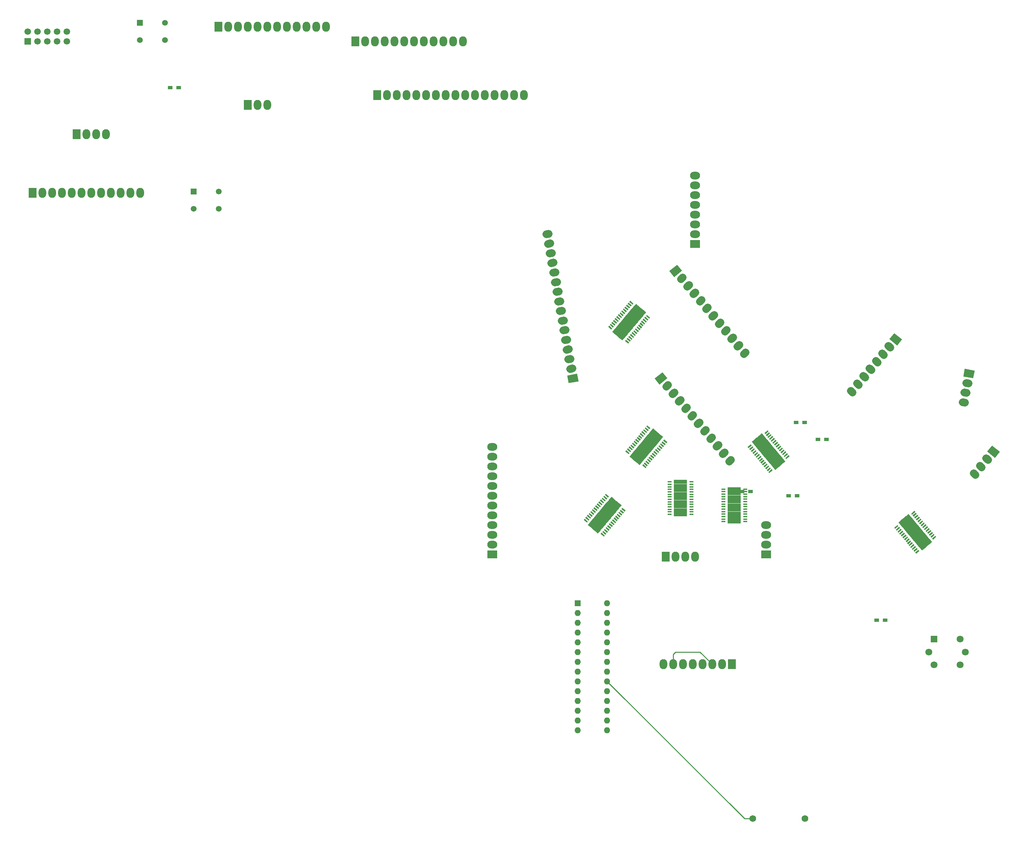
<source format=gbr>
G04 #@! TF.FileFunction,Copper,L1,Top,Signal*
%FSLAX46Y46*%
G04 Gerber Fmt 4.6, Leading zero omitted, Abs format (unit mm)*
G04 Created by KiCad (PCBNEW 4.0.7) date Friday, October 06, 2023 'PMt' 10:40:28 PM*
%MOMM*%
%LPD*%
G01*
G04 APERTURE LIST*
%ADD10C,0.020000*%
%ADD11C,1.755000*%
%ADD12R,1.200000X0.900000*%
%ADD13R,1.100000X0.400000*%
%ADD14R,0.890000X1.100000*%
%ADD15R,1.700000X1.700000*%
%ADD16C,1.700000*%
%ADD17R,2.000000X2.600000*%
%ADD18O,2.000000X2.600000*%
%ADD19C,1.498000*%
%ADD20R,1.498000X1.498000*%
%ADD21R,1.600000X1.600000*%
%ADD22O,1.600000X1.600000*%
%ADD23C,2.000000*%
%ADD24R,2.600000X2.000000*%
%ADD25O,2.600000X2.000000*%
%ADD26R,1.800000X1.800000*%
%ADD27C,1.800000*%
%ADD28C,0.250000*%
G04 APERTURE END LIST*
D10*
D11*
X150205000Y-189990000D03*
X163795000Y-189990000D03*
D12*
X161460000Y-86995000D03*
X163660000Y-86995000D03*
X159555000Y-106045000D03*
X161755000Y-106045000D03*
X182415000Y-138430000D03*
X184615000Y-138430000D03*
X147401100Y-105003600D03*
X149601100Y-105003600D03*
X147401100Y-105003600D03*
X149601100Y-105003600D03*
X147401100Y-105003600D03*
X149601100Y-105003600D03*
X147401100Y-105003600D03*
X149601100Y-105003600D03*
X167175000Y-91440000D03*
X169375000Y-91440000D03*
D10*
G36*
X187213229Y-114672149D02*
X186956114Y-114365731D01*
X187798763Y-113658665D01*
X188055878Y-113965083D01*
X187213229Y-114672149D01*
X187213229Y-114672149D01*
G37*
G36*
X187631041Y-115170078D02*
X187373926Y-114863660D01*
X188216575Y-114156594D01*
X188473690Y-114463012D01*
X187631041Y-115170078D01*
X187631041Y-115170078D01*
G37*
G36*
X188048853Y-115668007D02*
X187791738Y-115361589D01*
X188634387Y-114654523D01*
X188891502Y-114960941D01*
X188048853Y-115668007D01*
X188048853Y-115668007D01*
G37*
G36*
X188466665Y-116165936D02*
X188209550Y-115859518D01*
X189052199Y-115152452D01*
X189309314Y-115458870D01*
X188466665Y-116165936D01*
X188466665Y-116165936D01*
G37*
G36*
X188884476Y-116663864D02*
X188627361Y-116357446D01*
X189470010Y-115650380D01*
X189727125Y-115956798D01*
X188884476Y-116663864D01*
X188884476Y-116663864D01*
G37*
G36*
X189302288Y-117161793D02*
X189045173Y-116855375D01*
X189887822Y-116148309D01*
X190144937Y-116454727D01*
X189302288Y-117161793D01*
X189302288Y-117161793D01*
G37*
G36*
X189720100Y-117659722D02*
X189462985Y-117353304D01*
X190305634Y-116646238D01*
X190562749Y-116952656D01*
X189720100Y-117659722D01*
X189720100Y-117659722D01*
G37*
G36*
X190137912Y-118157651D02*
X189880797Y-117851233D01*
X190723446Y-117144167D01*
X190980561Y-117450585D01*
X190137912Y-118157651D01*
X190137912Y-118157651D01*
G37*
G36*
X190555724Y-118655580D02*
X190298609Y-118349162D01*
X191141258Y-117642096D01*
X191398373Y-117948514D01*
X190555724Y-118655580D01*
X190555724Y-118655580D01*
G37*
G36*
X190973536Y-119153509D02*
X190716421Y-118847091D01*
X191559070Y-118140025D01*
X191816185Y-118446443D01*
X190973536Y-119153509D01*
X190973536Y-119153509D01*
G37*
G36*
X191391348Y-119651438D02*
X191134233Y-119345020D01*
X191976882Y-118637954D01*
X192233997Y-118944372D01*
X191391348Y-119651438D01*
X191391348Y-119651438D01*
G37*
G36*
X191809160Y-120149367D02*
X191552045Y-119842949D01*
X192394694Y-119135883D01*
X192651809Y-119442301D01*
X191809160Y-120149367D01*
X191809160Y-120149367D01*
G37*
G36*
X192226972Y-120647296D02*
X191969857Y-120340878D01*
X192812506Y-119633812D01*
X193069621Y-119940230D01*
X192226972Y-120647296D01*
X192226972Y-120647296D01*
G37*
G36*
X192644784Y-121145224D02*
X192387669Y-120838806D01*
X193230318Y-120131740D01*
X193487433Y-120438158D01*
X192644784Y-121145224D01*
X192644784Y-121145224D01*
G37*
G36*
X197011237Y-117481335D02*
X196754122Y-117174917D01*
X197596771Y-116467851D01*
X197853886Y-116774269D01*
X197011237Y-117481335D01*
X197011237Y-117481335D01*
G37*
G36*
X196593425Y-116983406D02*
X196336310Y-116676988D01*
X197178959Y-115969922D01*
X197436074Y-116276340D01*
X196593425Y-116983406D01*
X196593425Y-116983406D01*
G37*
G36*
X196175613Y-116485477D02*
X195918498Y-116179059D01*
X196761147Y-115471993D01*
X197018262Y-115778411D01*
X196175613Y-116485477D01*
X196175613Y-116485477D01*
G37*
G36*
X195757801Y-115987548D02*
X195500686Y-115681130D01*
X196343335Y-114974064D01*
X196600450Y-115280482D01*
X195757801Y-115987548D01*
X195757801Y-115987548D01*
G37*
G36*
X195339990Y-115489620D02*
X195082875Y-115183202D01*
X195925524Y-114476136D01*
X196182639Y-114782554D01*
X195339990Y-115489620D01*
X195339990Y-115489620D01*
G37*
G36*
X194922178Y-114991691D02*
X194665063Y-114685273D01*
X195507712Y-113978207D01*
X195764827Y-114284625D01*
X194922178Y-114991691D01*
X194922178Y-114991691D01*
G37*
G36*
X194504366Y-114493762D02*
X194247251Y-114187344D01*
X195089900Y-113480278D01*
X195347015Y-113786696D01*
X194504366Y-114493762D01*
X194504366Y-114493762D01*
G37*
G36*
X194086554Y-113995833D02*
X193829439Y-113689415D01*
X194672088Y-112982349D01*
X194929203Y-113288767D01*
X194086554Y-113995833D01*
X194086554Y-113995833D01*
G37*
G36*
X193668742Y-113497904D02*
X193411627Y-113191486D01*
X194254276Y-112484420D01*
X194511391Y-112790838D01*
X193668742Y-113497904D01*
X193668742Y-113497904D01*
G37*
G36*
X193250930Y-112999975D02*
X192993815Y-112693557D01*
X193836464Y-111986491D01*
X194093579Y-112292909D01*
X193250930Y-112999975D01*
X193250930Y-112999975D01*
G37*
G36*
X192833118Y-112502046D02*
X192576003Y-112195628D01*
X193418652Y-111488562D01*
X193675767Y-111794980D01*
X192833118Y-112502046D01*
X192833118Y-112502046D01*
G37*
G36*
X192415306Y-112004117D02*
X192158191Y-111697699D01*
X193000840Y-110990633D01*
X193257955Y-111297051D01*
X192415306Y-112004117D01*
X192415306Y-112004117D01*
G37*
G36*
X191997494Y-111506188D02*
X191740379Y-111199770D01*
X192583028Y-110492704D01*
X192840143Y-110799122D01*
X191997494Y-111506188D01*
X191997494Y-111506188D01*
G37*
G36*
X191579682Y-111008260D02*
X191322567Y-110701842D01*
X192165216Y-109994776D01*
X192422331Y-110301194D01*
X191579682Y-111008260D01*
X191579682Y-111008260D01*
G37*
G36*
X194156714Y-120333457D02*
X193449648Y-119490808D01*
X194131428Y-118918727D01*
X194838494Y-119761376D01*
X194156714Y-120333457D01*
X194156714Y-120333457D01*
G37*
G36*
X194807852Y-119787088D02*
X194100786Y-118944439D01*
X194782566Y-118372358D01*
X195489632Y-119215007D01*
X194807852Y-119787088D01*
X194807852Y-119787088D01*
G37*
G36*
X196110127Y-118694349D02*
X195403061Y-117851700D01*
X196084841Y-117279619D01*
X196791907Y-118122268D01*
X196110127Y-118694349D01*
X196110127Y-118694349D01*
G37*
G36*
X195458990Y-119240718D02*
X194751924Y-118398069D01*
X195433704Y-117825988D01*
X196140770Y-118668637D01*
X195458990Y-119240718D01*
X195458990Y-119240718D01*
G37*
G36*
X194780045Y-118431584D02*
X194072979Y-117588935D01*
X194754759Y-117016854D01*
X195461825Y-117859503D01*
X194780045Y-118431584D01*
X194780045Y-118431584D01*
G37*
G36*
X195431183Y-117885214D02*
X194724117Y-117042565D01*
X195405897Y-116470484D01*
X196112963Y-117313133D01*
X195431183Y-117885214D01*
X195431183Y-117885214D01*
G37*
G36*
X194128907Y-118977953D02*
X193421841Y-118135304D01*
X194103621Y-117563223D01*
X194810687Y-118405872D01*
X194128907Y-118977953D01*
X194128907Y-118977953D01*
G37*
G36*
X193477770Y-119524323D02*
X192770704Y-118681674D01*
X193452484Y-118109593D01*
X194159550Y-118952242D01*
X193477770Y-119524323D01*
X193477770Y-119524323D01*
G37*
G36*
X192798825Y-118715188D02*
X192091759Y-117872539D01*
X192773539Y-117300458D01*
X193480605Y-118143107D01*
X192798825Y-118715188D01*
X192798825Y-118715188D01*
G37*
G36*
X193449963Y-118168819D02*
X192742897Y-117326170D01*
X193424677Y-116754089D01*
X194131743Y-117596738D01*
X193449963Y-118168819D01*
X193449963Y-118168819D01*
G37*
G36*
X194752238Y-117076080D02*
X194045172Y-116233431D01*
X194726952Y-115661350D01*
X195434018Y-116503999D01*
X194752238Y-117076080D01*
X194752238Y-117076080D01*
G37*
G36*
X194101101Y-117622449D02*
X193394035Y-116779800D01*
X194075815Y-116207719D01*
X194782881Y-117050368D01*
X194101101Y-117622449D01*
X194101101Y-117622449D01*
G37*
G36*
X193422156Y-116813315D02*
X192715090Y-115970666D01*
X193396870Y-115398585D01*
X194103936Y-116241234D01*
X193422156Y-116813315D01*
X193422156Y-116813315D01*
G37*
G36*
X194073294Y-116266945D02*
X193366228Y-115424296D01*
X194048008Y-114852215D01*
X194755074Y-115694864D01*
X194073294Y-116266945D01*
X194073294Y-116266945D01*
G37*
G36*
X192771019Y-117359684D02*
X192063953Y-116517035D01*
X192745733Y-115944954D01*
X193452799Y-116787603D01*
X192771019Y-117359684D01*
X192771019Y-117359684D01*
G37*
G36*
X192119881Y-117906054D02*
X191412815Y-117063405D01*
X192094595Y-116491324D01*
X192801661Y-117333973D01*
X192119881Y-117906054D01*
X192119881Y-117906054D01*
G37*
G36*
X191440936Y-117096919D02*
X190733870Y-116254270D01*
X191415650Y-115682189D01*
X192122716Y-116524838D01*
X191440936Y-117096919D01*
X191440936Y-117096919D01*
G37*
G36*
X192092074Y-116550550D02*
X191385008Y-115707901D01*
X192066788Y-115135820D01*
X192773854Y-115978469D01*
X192092074Y-116550550D01*
X192092074Y-116550550D01*
G37*
G36*
X193394350Y-115457811D02*
X192687284Y-114615162D01*
X193369064Y-114043081D01*
X194076130Y-114885730D01*
X193394350Y-115457811D01*
X193394350Y-115457811D01*
G37*
G36*
X192743212Y-116004180D02*
X192036146Y-115161531D01*
X192717926Y-114589450D01*
X193424992Y-115432099D01*
X192743212Y-116004180D01*
X192743212Y-116004180D01*
G37*
G36*
X192064267Y-115195046D02*
X191357201Y-114352397D01*
X192038981Y-113780316D01*
X192746047Y-114622965D01*
X192064267Y-115195046D01*
X192064267Y-115195046D01*
G37*
G36*
X192715405Y-114648676D02*
X192008339Y-113806027D01*
X192690119Y-113233946D01*
X193397185Y-114076595D01*
X192715405Y-114648676D01*
X192715405Y-114648676D01*
G37*
G36*
X191413130Y-115741415D02*
X190706064Y-114898766D01*
X191387844Y-114326685D01*
X192094910Y-115169334D01*
X191413130Y-115741415D01*
X191413130Y-115741415D01*
G37*
G36*
X190761992Y-116287785D02*
X190054926Y-115445136D01*
X190736706Y-114873055D01*
X191443772Y-115715704D01*
X190761992Y-116287785D01*
X190761992Y-116287785D01*
G37*
G36*
X190083048Y-115478650D02*
X189375982Y-114636001D01*
X190057762Y-114063920D01*
X190764828Y-114906569D01*
X190083048Y-115478650D01*
X190083048Y-115478650D01*
G37*
G36*
X190734185Y-114932281D02*
X190027119Y-114089632D01*
X190708899Y-113517551D01*
X191415965Y-114360200D01*
X190734185Y-114932281D01*
X190734185Y-114932281D01*
G37*
G36*
X192036461Y-113839542D02*
X191329395Y-112996893D01*
X192011175Y-112424812D01*
X192718241Y-113267461D01*
X192036461Y-113839542D01*
X192036461Y-113839542D01*
G37*
G36*
X191385323Y-114385911D02*
X190678257Y-113543262D01*
X191360037Y-112971181D01*
X192067103Y-113813830D01*
X191385323Y-114385911D01*
X191385323Y-114385911D01*
G37*
G36*
X190706379Y-113576777D02*
X189999313Y-112734128D01*
X190681093Y-112162047D01*
X191388159Y-113004696D01*
X190706379Y-113576777D01*
X190706379Y-113576777D01*
G37*
G36*
X191357516Y-113030407D02*
X190650450Y-112187758D01*
X191332230Y-111615677D01*
X192039296Y-112458326D01*
X191357516Y-113030407D01*
X191357516Y-113030407D01*
G37*
G36*
X190055241Y-114123146D02*
X189348175Y-113280497D01*
X190029955Y-112708416D01*
X190737021Y-113551065D01*
X190055241Y-114123146D01*
X190055241Y-114123146D01*
G37*
G36*
X189404103Y-114669516D02*
X188697037Y-113826867D01*
X189378817Y-113254786D01*
X190085883Y-114097435D01*
X189404103Y-114669516D01*
X189404103Y-114669516D01*
G37*
G36*
X188725159Y-113860381D02*
X188018093Y-113017732D01*
X188699873Y-112445651D01*
X189406939Y-113288300D01*
X188725159Y-113860381D01*
X188725159Y-113860381D01*
G37*
G36*
X189376296Y-113314012D02*
X188669230Y-112471363D01*
X189351010Y-111899282D01*
X190058076Y-112741931D01*
X189376296Y-113314012D01*
X189376296Y-113314012D01*
G37*
G36*
X190678572Y-112221273D02*
X189971506Y-111378624D01*
X190653286Y-110806543D01*
X191360352Y-111649192D01*
X190678572Y-112221273D01*
X190678572Y-112221273D01*
G37*
G36*
X190027434Y-112767642D02*
X189320368Y-111924993D01*
X190002148Y-111352912D01*
X190709214Y-112195561D01*
X190027434Y-112767642D01*
X190027434Y-112767642D01*
G37*
G36*
X118092669Y-55691194D02*
X118349784Y-55384776D01*
X119192433Y-56091842D01*
X118935318Y-56398260D01*
X118092669Y-55691194D01*
X118092669Y-55691194D01*
G37*
G36*
X117674857Y-56189122D02*
X117931972Y-55882704D01*
X118774621Y-56589770D01*
X118517506Y-56896188D01*
X117674857Y-56189122D01*
X117674857Y-56189122D01*
G37*
G36*
X117257045Y-56687051D02*
X117514160Y-56380633D01*
X118356809Y-57087699D01*
X118099694Y-57394117D01*
X117257045Y-56687051D01*
X117257045Y-56687051D01*
G37*
G36*
X116839233Y-57184980D02*
X117096348Y-56878562D01*
X117938997Y-57585628D01*
X117681882Y-57892046D01*
X116839233Y-57184980D01*
X116839233Y-57184980D01*
G37*
G36*
X116421421Y-57682909D02*
X116678536Y-57376491D01*
X117521185Y-58083557D01*
X117264070Y-58389975D01*
X116421421Y-57682909D01*
X116421421Y-57682909D01*
G37*
G36*
X116003609Y-58180838D02*
X116260724Y-57874420D01*
X117103373Y-58581486D01*
X116846258Y-58887904D01*
X116003609Y-58180838D01*
X116003609Y-58180838D01*
G37*
G36*
X115585797Y-58678767D02*
X115842912Y-58372349D01*
X116685561Y-59079415D01*
X116428446Y-59385833D01*
X115585797Y-58678767D01*
X115585797Y-58678767D01*
G37*
G36*
X115167985Y-59176696D02*
X115425100Y-58870278D01*
X116267749Y-59577344D01*
X116010634Y-59883762D01*
X115167985Y-59176696D01*
X115167985Y-59176696D01*
G37*
G36*
X114750173Y-59674625D02*
X115007288Y-59368207D01*
X115849937Y-60075273D01*
X115592822Y-60381691D01*
X114750173Y-59674625D01*
X114750173Y-59674625D01*
G37*
G36*
X114332361Y-60172554D02*
X114589476Y-59866136D01*
X115432125Y-60573202D01*
X115175010Y-60879620D01*
X114332361Y-60172554D01*
X114332361Y-60172554D01*
G37*
G36*
X113914550Y-60670482D02*
X114171665Y-60364064D01*
X115014314Y-61071130D01*
X114757199Y-61377548D01*
X113914550Y-60670482D01*
X113914550Y-60670482D01*
G37*
G36*
X113496738Y-61168411D02*
X113753853Y-60861993D01*
X114596502Y-61569059D01*
X114339387Y-61875477D01*
X113496738Y-61168411D01*
X113496738Y-61168411D01*
G37*
G36*
X113078926Y-61666340D02*
X113336041Y-61359922D01*
X114178690Y-62066988D01*
X113921575Y-62373406D01*
X113078926Y-61666340D01*
X113078926Y-61666340D01*
G37*
G36*
X112661114Y-62164269D02*
X112918229Y-61857851D01*
X113760878Y-62564917D01*
X113503763Y-62871335D01*
X112661114Y-62164269D01*
X112661114Y-62164269D01*
G37*
G36*
X117027567Y-65828158D02*
X117284682Y-65521740D01*
X118127331Y-66228806D01*
X117870216Y-66535224D01*
X117027567Y-65828158D01*
X117027567Y-65828158D01*
G37*
G36*
X117445379Y-65330230D02*
X117702494Y-65023812D01*
X118545143Y-65730878D01*
X118288028Y-66037296D01*
X117445379Y-65330230D01*
X117445379Y-65330230D01*
G37*
G36*
X117863191Y-64832301D02*
X118120306Y-64525883D01*
X118962955Y-65232949D01*
X118705840Y-65539367D01*
X117863191Y-64832301D01*
X117863191Y-64832301D01*
G37*
G36*
X118281003Y-64334372D02*
X118538118Y-64027954D01*
X119380767Y-64735020D01*
X119123652Y-65041438D01*
X118281003Y-64334372D01*
X118281003Y-64334372D01*
G37*
G36*
X118698815Y-63836443D02*
X118955930Y-63530025D01*
X119798579Y-64237091D01*
X119541464Y-64543509D01*
X118698815Y-63836443D01*
X118698815Y-63836443D01*
G37*
G36*
X119116627Y-63338514D02*
X119373742Y-63032096D01*
X120216391Y-63739162D01*
X119959276Y-64045580D01*
X119116627Y-63338514D01*
X119116627Y-63338514D01*
G37*
G36*
X119534439Y-62840585D02*
X119791554Y-62534167D01*
X120634203Y-63241233D01*
X120377088Y-63547651D01*
X119534439Y-62840585D01*
X119534439Y-62840585D01*
G37*
G36*
X119952251Y-62342656D02*
X120209366Y-62036238D01*
X121052015Y-62743304D01*
X120794900Y-63049722D01*
X119952251Y-62342656D01*
X119952251Y-62342656D01*
G37*
G36*
X120370063Y-61844727D02*
X120627178Y-61538309D01*
X121469827Y-62245375D01*
X121212712Y-62551793D01*
X120370063Y-61844727D01*
X120370063Y-61844727D01*
G37*
G36*
X120787875Y-61346798D02*
X121044990Y-61040380D01*
X121887639Y-61747446D01*
X121630524Y-62053864D01*
X120787875Y-61346798D01*
X120787875Y-61346798D01*
G37*
G36*
X121205686Y-60848870D02*
X121462801Y-60542452D01*
X122305450Y-61249518D01*
X122048335Y-61555936D01*
X121205686Y-60848870D01*
X121205686Y-60848870D01*
G37*
G36*
X121623498Y-60350941D02*
X121880613Y-60044523D01*
X122723262Y-60751589D01*
X122466147Y-61058007D01*
X121623498Y-60350941D01*
X121623498Y-60350941D01*
G37*
G36*
X122041310Y-59853012D02*
X122298425Y-59546594D01*
X123141074Y-60253660D01*
X122883959Y-60560078D01*
X122041310Y-59853012D01*
X122041310Y-59853012D01*
G37*
G36*
X122459122Y-59355083D02*
X122716237Y-59048665D01*
X123558886Y-59755731D01*
X123301771Y-60062149D01*
X122459122Y-59355083D01*
X122459122Y-59355083D01*
G37*
G36*
X113723093Y-63512268D02*
X114430159Y-62669619D01*
X115111939Y-63241700D01*
X114404873Y-64084349D01*
X113723093Y-63512268D01*
X113723093Y-63512268D01*
G37*
G36*
X114374230Y-64058637D02*
X115081296Y-63215988D01*
X115763076Y-63788069D01*
X115056010Y-64630718D01*
X114374230Y-64058637D01*
X114374230Y-64058637D01*
G37*
G36*
X115676506Y-65151376D02*
X116383572Y-64308727D01*
X117065352Y-64880808D01*
X116358286Y-65723457D01*
X115676506Y-65151376D01*
X115676506Y-65151376D01*
G37*
G36*
X115025368Y-64605007D02*
X115732434Y-63762358D01*
X116414214Y-64334439D01*
X115707148Y-65177088D01*
X115025368Y-64605007D01*
X115025368Y-64605007D01*
G37*
G36*
X115704313Y-63795872D02*
X116411379Y-62953223D01*
X117093159Y-63525304D01*
X116386093Y-64367953D01*
X115704313Y-63795872D01*
X115704313Y-63795872D01*
G37*
G36*
X116355450Y-64342242D02*
X117062516Y-63499593D01*
X117744296Y-64071674D01*
X117037230Y-64914323D01*
X116355450Y-64342242D01*
X116355450Y-64342242D01*
G37*
G36*
X115053175Y-63249503D02*
X115760241Y-62406854D01*
X116442021Y-62978935D01*
X115734955Y-63821584D01*
X115053175Y-63249503D01*
X115053175Y-63249503D01*
G37*
G36*
X114402037Y-62703133D02*
X115109103Y-61860484D01*
X115790883Y-62432565D01*
X115083817Y-63275214D01*
X114402037Y-62703133D01*
X114402037Y-62703133D01*
G37*
G36*
X115080982Y-61893999D02*
X115788048Y-61051350D01*
X116469828Y-61623431D01*
X115762762Y-62466080D01*
X115080982Y-61893999D01*
X115080982Y-61893999D01*
G37*
G36*
X115732119Y-62440368D02*
X116439185Y-61597719D01*
X117120965Y-62169800D01*
X116413899Y-63012449D01*
X115732119Y-62440368D01*
X115732119Y-62440368D01*
G37*
G36*
X117034395Y-63533107D02*
X117741461Y-62690458D01*
X118423241Y-63262539D01*
X117716175Y-64105188D01*
X117034395Y-63533107D01*
X117034395Y-63533107D01*
G37*
G36*
X116383257Y-62986738D02*
X117090323Y-62144089D01*
X117772103Y-62716170D01*
X117065037Y-63558819D01*
X116383257Y-62986738D01*
X116383257Y-62986738D01*
G37*
G36*
X117062201Y-62177603D02*
X117769267Y-61334954D01*
X118451047Y-61907035D01*
X117743981Y-62749684D01*
X117062201Y-62177603D01*
X117062201Y-62177603D01*
G37*
G36*
X117713339Y-62723973D02*
X118420405Y-61881324D01*
X119102185Y-62453405D01*
X118395119Y-63296054D01*
X117713339Y-62723973D01*
X117713339Y-62723973D01*
G37*
G36*
X116411064Y-61631234D02*
X117118130Y-60788585D01*
X117799910Y-61360666D01*
X117092844Y-62203315D01*
X116411064Y-61631234D01*
X116411064Y-61631234D01*
G37*
G36*
X115759926Y-61084864D02*
X116466992Y-60242215D01*
X117148772Y-60814296D01*
X116441706Y-61656945D01*
X115759926Y-61084864D01*
X115759926Y-61084864D01*
G37*
G36*
X116438870Y-60275730D02*
X117145936Y-59433081D01*
X117827716Y-60005162D01*
X117120650Y-60847811D01*
X116438870Y-60275730D01*
X116438870Y-60275730D01*
G37*
G36*
X117090008Y-60822099D02*
X117797074Y-59979450D01*
X118478854Y-60551531D01*
X117771788Y-61394180D01*
X117090008Y-60822099D01*
X117090008Y-60822099D01*
G37*
G36*
X118392284Y-61914838D02*
X119099350Y-61072189D01*
X119781130Y-61644270D01*
X119074064Y-62486919D01*
X118392284Y-61914838D01*
X118392284Y-61914838D01*
G37*
G36*
X117741146Y-61368469D02*
X118448212Y-60525820D01*
X119129992Y-61097901D01*
X118422926Y-61940550D01*
X117741146Y-61368469D01*
X117741146Y-61368469D01*
G37*
G36*
X118420090Y-60559334D02*
X119127156Y-59716685D01*
X119808936Y-60288766D01*
X119101870Y-61131415D01*
X118420090Y-60559334D01*
X118420090Y-60559334D01*
G37*
G36*
X119071228Y-61105704D02*
X119778294Y-60263055D01*
X120460074Y-60835136D01*
X119753008Y-61677785D01*
X119071228Y-61105704D01*
X119071228Y-61105704D01*
G37*
G36*
X117768953Y-60012965D02*
X118476019Y-59170316D01*
X119157799Y-59742397D01*
X118450733Y-60585046D01*
X117768953Y-60012965D01*
X117768953Y-60012965D01*
G37*
G36*
X117117815Y-59466595D02*
X117824881Y-58623946D01*
X118506661Y-59196027D01*
X117799595Y-60038676D01*
X117117815Y-59466595D01*
X117117815Y-59466595D01*
G37*
G36*
X117796759Y-58657461D02*
X118503825Y-57814812D01*
X119185605Y-58386893D01*
X118478539Y-59229542D01*
X117796759Y-58657461D01*
X117796759Y-58657461D01*
G37*
G36*
X118447897Y-59203830D02*
X119154963Y-58361181D01*
X119836743Y-58933262D01*
X119129677Y-59775911D01*
X118447897Y-59203830D01*
X118447897Y-59203830D01*
G37*
G36*
X119750172Y-60296569D02*
X120457238Y-59453920D01*
X121139018Y-60026001D01*
X120431952Y-60868650D01*
X119750172Y-60296569D01*
X119750172Y-60296569D01*
G37*
G36*
X119099035Y-59750200D02*
X119806101Y-58907551D01*
X120487881Y-59479632D01*
X119780815Y-60322281D01*
X119099035Y-59750200D01*
X119099035Y-59750200D01*
G37*
G36*
X119777979Y-58941065D02*
X120485045Y-58098416D01*
X121166825Y-58670497D01*
X120459759Y-59513146D01*
X119777979Y-58941065D01*
X119777979Y-58941065D01*
G37*
G36*
X120429117Y-59487435D02*
X121136183Y-58644786D01*
X121817963Y-59216867D01*
X121110897Y-60059516D01*
X120429117Y-59487435D01*
X120429117Y-59487435D01*
G37*
G36*
X119126841Y-58394696D02*
X119833907Y-57552047D01*
X120515687Y-58124128D01*
X119808621Y-58966777D01*
X119126841Y-58394696D01*
X119126841Y-58394696D01*
G37*
G36*
X118475704Y-57848326D02*
X119182770Y-57005677D01*
X119864550Y-57577758D01*
X119157484Y-58420407D01*
X118475704Y-57848326D01*
X118475704Y-57848326D01*
G37*
G36*
X119154648Y-57039192D02*
X119861714Y-56196543D01*
X120543494Y-56768624D01*
X119836428Y-57611273D01*
X119154648Y-57039192D01*
X119154648Y-57039192D01*
G37*
G36*
X119805786Y-57585561D02*
X120512852Y-56742912D01*
X121194632Y-57314993D01*
X120487566Y-58157642D01*
X119805786Y-57585561D01*
X119805786Y-57585561D01*
G37*
G36*
X121108061Y-58678300D02*
X121815127Y-57835651D01*
X122496907Y-58407732D01*
X121789841Y-59250381D01*
X121108061Y-58678300D01*
X121108061Y-58678300D01*
G37*
G36*
X120456924Y-58131931D02*
X121163990Y-57289282D01*
X121845770Y-57861363D01*
X121138704Y-58704012D01*
X120456924Y-58131931D01*
X120456924Y-58131931D01*
G37*
G36*
X122572331Y-98613806D02*
X122315216Y-98920224D01*
X121472567Y-98213158D01*
X121729682Y-97906740D01*
X122572331Y-98613806D01*
X122572331Y-98613806D01*
G37*
G36*
X122990143Y-98115878D02*
X122733028Y-98422296D01*
X121890379Y-97715230D01*
X122147494Y-97408812D01*
X122990143Y-98115878D01*
X122990143Y-98115878D01*
G37*
G36*
X123407955Y-97617949D02*
X123150840Y-97924367D01*
X122308191Y-97217301D01*
X122565306Y-96910883D01*
X123407955Y-97617949D01*
X123407955Y-97617949D01*
G37*
G36*
X123825767Y-97120020D02*
X123568652Y-97426438D01*
X122726003Y-96719372D01*
X122983118Y-96412954D01*
X123825767Y-97120020D01*
X123825767Y-97120020D01*
G37*
G36*
X124243579Y-96622091D02*
X123986464Y-96928509D01*
X123143815Y-96221443D01*
X123400930Y-95915025D01*
X124243579Y-96622091D01*
X124243579Y-96622091D01*
G37*
G36*
X124661391Y-96124162D02*
X124404276Y-96430580D01*
X123561627Y-95723514D01*
X123818742Y-95417096D01*
X124661391Y-96124162D01*
X124661391Y-96124162D01*
G37*
G36*
X125079203Y-95626233D02*
X124822088Y-95932651D01*
X123979439Y-95225585D01*
X124236554Y-94919167D01*
X125079203Y-95626233D01*
X125079203Y-95626233D01*
G37*
G36*
X125497015Y-95128304D02*
X125239900Y-95434722D01*
X124397251Y-94727656D01*
X124654366Y-94421238D01*
X125497015Y-95128304D01*
X125497015Y-95128304D01*
G37*
G36*
X125914827Y-94630375D02*
X125657712Y-94936793D01*
X124815063Y-94229727D01*
X125072178Y-93923309D01*
X125914827Y-94630375D01*
X125914827Y-94630375D01*
G37*
G36*
X126332639Y-94132446D02*
X126075524Y-94438864D01*
X125232875Y-93731798D01*
X125489990Y-93425380D01*
X126332639Y-94132446D01*
X126332639Y-94132446D01*
G37*
G36*
X126750450Y-93634518D02*
X126493335Y-93940936D01*
X125650686Y-93233870D01*
X125907801Y-92927452D01*
X126750450Y-93634518D01*
X126750450Y-93634518D01*
G37*
G36*
X127168262Y-93136589D02*
X126911147Y-93443007D01*
X126068498Y-92735941D01*
X126325613Y-92429523D01*
X127168262Y-93136589D01*
X127168262Y-93136589D01*
G37*
G36*
X127586074Y-92638660D02*
X127328959Y-92945078D01*
X126486310Y-92238012D01*
X126743425Y-91931594D01*
X127586074Y-92638660D01*
X127586074Y-92638660D01*
G37*
G36*
X128003886Y-92140731D02*
X127746771Y-92447149D01*
X126904122Y-91740083D01*
X127161237Y-91433665D01*
X128003886Y-92140731D01*
X128003886Y-92140731D01*
G37*
G36*
X123637433Y-88476842D02*
X123380318Y-88783260D01*
X122537669Y-88076194D01*
X122794784Y-87769776D01*
X123637433Y-88476842D01*
X123637433Y-88476842D01*
G37*
G36*
X123219621Y-88974770D02*
X122962506Y-89281188D01*
X122119857Y-88574122D01*
X122376972Y-88267704D01*
X123219621Y-88974770D01*
X123219621Y-88974770D01*
G37*
G36*
X122801809Y-89472699D02*
X122544694Y-89779117D01*
X121702045Y-89072051D01*
X121959160Y-88765633D01*
X122801809Y-89472699D01*
X122801809Y-89472699D01*
G37*
G36*
X122383997Y-89970628D02*
X122126882Y-90277046D01*
X121284233Y-89569980D01*
X121541348Y-89263562D01*
X122383997Y-89970628D01*
X122383997Y-89970628D01*
G37*
G36*
X121966185Y-90468557D02*
X121709070Y-90774975D01*
X120866421Y-90067909D01*
X121123536Y-89761491D01*
X121966185Y-90468557D01*
X121966185Y-90468557D01*
G37*
G36*
X121548373Y-90966486D02*
X121291258Y-91272904D01*
X120448609Y-90565838D01*
X120705724Y-90259420D01*
X121548373Y-90966486D01*
X121548373Y-90966486D01*
G37*
G36*
X121130561Y-91464415D02*
X120873446Y-91770833D01*
X120030797Y-91063767D01*
X120287912Y-90757349D01*
X121130561Y-91464415D01*
X121130561Y-91464415D01*
G37*
G36*
X120712749Y-91962344D02*
X120455634Y-92268762D01*
X119612985Y-91561696D01*
X119870100Y-91255278D01*
X120712749Y-91962344D01*
X120712749Y-91962344D01*
G37*
G36*
X120294937Y-92460273D02*
X120037822Y-92766691D01*
X119195173Y-92059625D01*
X119452288Y-91753207D01*
X120294937Y-92460273D01*
X120294937Y-92460273D01*
G37*
G36*
X119877125Y-92958202D02*
X119620010Y-93264620D01*
X118777361Y-92557554D01*
X119034476Y-92251136D01*
X119877125Y-92958202D01*
X119877125Y-92958202D01*
G37*
G36*
X119459314Y-93456130D02*
X119202199Y-93762548D01*
X118359550Y-93055482D01*
X118616665Y-92749064D01*
X119459314Y-93456130D01*
X119459314Y-93456130D01*
G37*
G36*
X119041502Y-93954059D02*
X118784387Y-94260477D01*
X117941738Y-93553411D01*
X118198853Y-93246993D01*
X119041502Y-93954059D01*
X119041502Y-93954059D01*
G37*
G36*
X118623690Y-94451988D02*
X118366575Y-94758406D01*
X117523926Y-94051340D01*
X117781041Y-93744922D01*
X118623690Y-94451988D01*
X118623690Y-94451988D01*
G37*
G36*
X118205878Y-94949917D02*
X117948763Y-95256335D01*
X117106114Y-94549269D01*
X117363229Y-94242851D01*
X118205878Y-94949917D01*
X118205878Y-94949917D01*
G37*
G36*
X126941907Y-90792732D02*
X126234841Y-91635381D01*
X125553061Y-91063300D01*
X126260127Y-90220651D01*
X126941907Y-90792732D01*
X126941907Y-90792732D01*
G37*
G36*
X126290770Y-90246363D02*
X125583704Y-91089012D01*
X124901924Y-90516931D01*
X125608990Y-89674282D01*
X126290770Y-90246363D01*
X126290770Y-90246363D01*
G37*
G36*
X124988494Y-89153624D02*
X124281428Y-89996273D01*
X123599648Y-89424192D01*
X124306714Y-88581543D01*
X124988494Y-89153624D01*
X124988494Y-89153624D01*
G37*
G36*
X125639632Y-89699993D02*
X124932566Y-90542642D01*
X124250786Y-89970561D01*
X124957852Y-89127912D01*
X125639632Y-89699993D01*
X125639632Y-89699993D01*
G37*
G36*
X124960687Y-90509128D02*
X124253621Y-91351777D01*
X123571841Y-90779696D01*
X124278907Y-89937047D01*
X124960687Y-90509128D01*
X124960687Y-90509128D01*
G37*
G36*
X124309550Y-89962758D02*
X123602484Y-90805407D01*
X122920704Y-90233326D01*
X123627770Y-89390677D01*
X124309550Y-89962758D01*
X124309550Y-89962758D01*
G37*
G36*
X125611825Y-91055497D02*
X124904759Y-91898146D01*
X124222979Y-91326065D01*
X124930045Y-90483416D01*
X125611825Y-91055497D01*
X125611825Y-91055497D01*
G37*
G36*
X126262963Y-91601867D02*
X125555897Y-92444516D01*
X124874117Y-91872435D01*
X125581183Y-91029786D01*
X126262963Y-91601867D01*
X126262963Y-91601867D01*
G37*
G36*
X125584018Y-92411001D02*
X124876952Y-93253650D01*
X124195172Y-92681569D01*
X124902238Y-91838920D01*
X125584018Y-92411001D01*
X125584018Y-92411001D01*
G37*
G36*
X124932881Y-91864632D02*
X124225815Y-92707281D01*
X123544035Y-92135200D01*
X124251101Y-91292551D01*
X124932881Y-91864632D01*
X124932881Y-91864632D01*
G37*
G36*
X123630605Y-90771893D02*
X122923539Y-91614542D01*
X122241759Y-91042461D01*
X122948825Y-90199812D01*
X123630605Y-90771893D01*
X123630605Y-90771893D01*
G37*
G36*
X124281743Y-91318262D02*
X123574677Y-92160911D01*
X122892897Y-91588830D01*
X123599963Y-90746181D01*
X124281743Y-91318262D01*
X124281743Y-91318262D01*
G37*
G36*
X123602799Y-92127397D02*
X122895733Y-92970046D01*
X122213953Y-92397965D01*
X122921019Y-91555316D01*
X123602799Y-92127397D01*
X123602799Y-92127397D01*
G37*
G36*
X122951661Y-91581027D02*
X122244595Y-92423676D01*
X121562815Y-91851595D01*
X122269881Y-91008946D01*
X122951661Y-91581027D01*
X122951661Y-91581027D01*
G37*
G36*
X124253936Y-92673766D02*
X123546870Y-93516415D01*
X122865090Y-92944334D01*
X123572156Y-92101685D01*
X124253936Y-92673766D01*
X124253936Y-92673766D01*
G37*
G36*
X124905074Y-93220136D02*
X124198008Y-94062785D01*
X123516228Y-93490704D01*
X124223294Y-92648055D01*
X124905074Y-93220136D01*
X124905074Y-93220136D01*
G37*
G36*
X124226130Y-94029270D02*
X123519064Y-94871919D01*
X122837284Y-94299838D01*
X123544350Y-93457189D01*
X124226130Y-94029270D01*
X124226130Y-94029270D01*
G37*
G36*
X123574992Y-93482901D02*
X122867926Y-94325550D01*
X122186146Y-93753469D01*
X122893212Y-92910820D01*
X123574992Y-93482901D01*
X123574992Y-93482901D01*
G37*
G36*
X122272716Y-92390162D02*
X121565650Y-93232811D01*
X120883870Y-92660730D01*
X121590936Y-91818081D01*
X122272716Y-92390162D01*
X122272716Y-92390162D01*
G37*
G36*
X122923854Y-92936531D02*
X122216788Y-93779180D01*
X121535008Y-93207099D01*
X122242074Y-92364450D01*
X122923854Y-92936531D01*
X122923854Y-92936531D01*
G37*
G36*
X122244910Y-93745666D02*
X121537844Y-94588315D01*
X120856064Y-94016234D01*
X121563130Y-93173585D01*
X122244910Y-93745666D01*
X122244910Y-93745666D01*
G37*
G36*
X121593772Y-93199296D02*
X120886706Y-94041945D01*
X120204926Y-93469864D01*
X120911992Y-92627215D01*
X121593772Y-93199296D01*
X121593772Y-93199296D01*
G37*
G36*
X122896047Y-94292035D02*
X122188981Y-95134684D01*
X121507201Y-94562603D01*
X122214267Y-93719954D01*
X122896047Y-94292035D01*
X122896047Y-94292035D01*
G37*
G36*
X123547185Y-94838405D02*
X122840119Y-95681054D01*
X122158339Y-95108973D01*
X122865405Y-94266324D01*
X123547185Y-94838405D01*
X123547185Y-94838405D01*
G37*
G36*
X122868241Y-95647539D02*
X122161175Y-96490188D01*
X121479395Y-95918107D01*
X122186461Y-95075458D01*
X122868241Y-95647539D01*
X122868241Y-95647539D01*
G37*
G36*
X122217103Y-95101170D02*
X121510037Y-95943819D01*
X120828257Y-95371738D01*
X121535323Y-94529089D01*
X122217103Y-95101170D01*
X122217103Y-95101170D01*
G37*
G36*
X120914828Y-94008431D02*
X120207762Y-94851080D01*
X119525982Y-94278999D01*
X120233048Y-93436350D01*
X120914828Y-94008431D01*
X120914828Y-94008431D01*
G37*
G36*
X121565965Y-94554800D02*
X120858899Y-95397449D01*
X120177119Y-94825368D01*
X120884185Y-93982719D01*
X121565965Y-94554800D01*
X121565965Y-94554800D01*
G37*
G36*
X120887021Y-95363935D02*
X120179955Y-96206584D01*
X119498175Y-95634503D01*
X120205241Y-94791854D01*
X120887021Y-95363935D01*
X120887021Y-95363935D01*
G37*
G36*
X120235883Y-94817565D02*
X119528817Y-95660214D01*
X118847037Y-95088133D01*
X119554103Y-94245484D01*
X120235883Y-94817565D01*
X120235883Y-94817565D01*
G37*
G36*
X121538159Y-95910304D02*
X120831093Y-96752953D01*
X120149313Y-96180872D01*
X120856379Y-95338223D01*
X121538159Y-95910304D01*
X121538159Y-95910304D01*
G37*
G36*
X122189296Y-96456674D02*
X121482230Y-97299323D01*
X120800450Y-96727242D01*
X121507516Y-95884593D01*
X122189296Y-96456674D01*
X122189296Y-96456674D01*
G37*
G36*
X121510352Y-97265808D02*
X120803286Y-98108457D01*
X120121506Y-97536376D01*
X120828572Y-96693727D01*
X121510352Y-97265808D01*
X121510352Y-97265808D01*
G37*
G36*
X120859214Y-96719439D02*
X120152148Y-97562088D01*
X119470368Y-96990007D01*
X120177434Y-96147358D01*
X120859214Y-96719439D01*
X120859214Y-96719439D01*
G37*
G36*
X119556939Y-95626700D02*
X118849873Y-96469349D01*
X118168093Y-95897268D01*
X118875159Y-95054619D01*
X119556939Y-95626700D01*
X119556939Y-95626700D01*
G37*
G36*
X120208076Y-96173069D02*
X119501010Y-97015718D01*
X118819230Y-96443637D01*
X119526296Y-95600988D01*
X120208076Y-96173069D01*
X120208076Y-96173069D01*
G37*
G36*
X149113229Y-93717149D02*
X148856114Y-93410731D01*
X149698763Y-92703665D01*
X149955878Y-93010083D01*
X149113229Y-93717149D01*
X149113229Y-93717149D01*
G37*
G36*
X149531041Y-94215078D02*
X149273926Y-93908660D01*
X150116575Y-93201594D01*
X150373690Y-93508012D01*
X149531041Y-94215078D01*
X149531041Y-94215078D01*
G37*
G36*
X149948853Y-94713007D02*
X149691738Y-94406589D01*
X150534387Y-93699523D01*
X150791502Y-94005941D01*
X149948853Y-94713007D01*
X149948853Y-94713007D01*
G37*
G36*
X150366665Y-95210936D02*
X150109550Y-94904518D01*
X150952199Y-94197452D01*
X151209314Y-94503870D01*
X150366665Y-95210936D01*
X150366665Y-95210936D01*
G37*
G36*
X150784476Y-95708864D02*
X150527361Y-95402446D01*
X151370010Y-94695380D01*
X151627125Y-95001798D01*
X150784476Y-95708864D01*
X150784476Y-95708864D01*
G37*
G36*
X151202288Y-96206793D02*
X150945173Y-95900375D01*
X151787822Y-95193309D01*
X152044937Y-95499727D01*
X151202288Y-96206793D01*
X151202288Y-96206793D01*
G37*
G36*
X151620100Y-96704722D02*
X151362985Y-96398304D01*
X152205634Y-95691238D01*
X152462749Y-95997656D01*
X151620100Y-96704722D01*
X151620100Y-96704722D01*
G37*
G36*
X152037912Y-97202651D02*
X151780797Y-96896233D01*
X152623446Y-96189167D01*
X152880561Y-96495585D01*
X152037912Y-97202651D01*
X152037912Y-97202651D01*
G37*
G36*
X152455724Y-97700580D02*
X152198609Y-97394162D01*
X153041258Y-96687096D01*
X153298373Y-96993514D01*
X152455724Y-97700580D01*
X152455724Y-97700580D01*
G37*
G36*
X152873536Y-98198509D02*
X152616421Y-97892091D01*
X153459070Y-97185025D01*
X153716185Y-97491443D01*
X152873536Y-98198509D01*
X152873536Y-98198509D01*
G37*
G36*
X153291348Y-98696438D02*
X153034233Y-98390020D01*
X153876882Y-97682954D01*
X154133997Y-97989372D01*
X153291348Y-98696438D01*
X153291348Y-98696438D01*
G37*
G36*
X153709160Y-99194367D02*
X153452045Y-98887949D01*
X154294694Y-98180883D01*
X154551809Y-98487301D01*
X153709160Y-99194367D01*
X153709160Y-99194367D01*
G37*
G36*
X154126972Y-99692296D02*
X153869857Y-99385878D01*
X154712506Y-98678812D01*
X154969621Y-98985230D01*
X154126972Y-99692296D01*
X154126972Y-99692296D01*
G37*
G36*
X154544784Y-100190224D02*
X154287669Y-99883806D01*
X155130318Y-99176740D01*
X155387433Y-99483158D01*
X154544784Y-100190224D01*
X154544784Y-100190224D01*
G37*
G36*
X158911237Y-96526335D02*
X158654122Y-96219917D01*
X159496771Y-95512851D01*
X159753886Y-95819269D01*
X158911237Y-96526335D01*
X158911237Y-96526335D01*
G37*
G36*
X158493425Y-96028406D02*
X158236310Y-95721988D01*
X159078959Y-95014922D01*
X159336074Y-95321340D01*
X158493425Y-96028406D01*
X158493425Y-96028406D01*
G37*
G36*
X158075613Y-95530477D02*
X157818498Y-95224059D01*
X158661147Y-94516993D01*
X158918262Y-94823411D01*
X158075613Y-95530477D01*
X158075613Y-95530477D01*
G37*
G36*
X157657801Y-95032548D02*
X157400686Y-94726130D01*
X158243335Y-94019064D01*
X158500450Y-94325482D01*
X157657801Y-95032548D01*
X157657801Y-95032548D01*
G37*
G36*
X157239990Y-94534620D02*
X156982875Y-94228202D01*
X157825524Y-93521136D01*
X158082639Y-93827554D01*
X157239990Y-94534620D01*
X157239990Y-94534620D01*
G37*
G36*
X156822178Y-94036691D02*
X156565063Y-93730273D01*
X157407712Y-93023207D01*
X157664827Y-93329625D01*
X156822178Y-94036691D01*
X156822178Y-94036691D01*
G37*
G36*
X156404366Y-93538762D02*
X156147251Y-93232344D01*
X156989900Y-92525278D01*
X157247015Y-92831696D01*
X156404366Y-93538762D01*
X156404366Y-93538762D01*
G37*
G36*
X155986554Y-93040833D02*
X155729439Y-92734415D01*
X156572088Y-92027349D01*
X156829203Y-92333767D01*
X155986554Y-93040833D01*
X155986554Y-93040833D01*
G37*
G36*
X155568742Y-92542904D02*
X155311627Y-92236486D01*
X156154276Y-91529420D01*
X156411391Y-91835838D01*
X155568742Y-92542904D01*
X155568742Y-92542904D01*
G37*
G36*
X155150930Y-92044975D02*
X154893815Y-91738557D01*
X155736464Y-91031491D01*
X155993579Y-91337909D01*
X155150930Y-92044975D01*
X155150930Y-92044975D01*
G37*
G36*
X154733118Y-91547046D02*
X154476003Y-91240628D01*
X155318652Y-90533562D01*
X155575767Y-90839980D01*
X154733118Y-91547046D01*
X154733118Y-91547046D01*
G37*
G36*
X154315306Y-91049117D02*
X154058191Y-90742699D01*
X154900840Y-90035633D01*
X155157955Y-90342051D01*
X154315306Y-91049117D01*
X154315306Y-91049117D01*
G37*
G36*
X153897494Y-90551188D02*
X153640379Y-90244770D01*
X154483028Y-89537704D01*
X154740143Y-89844122D01*
X153897494Y-90551188D01*
X153897494Y-90551188D01*
G37*
G36*
X153479682Y-90053260D02*
X153222567Y-89746842D01*
X154065216Y-89039776D01*
X154322331Y-89346194D01*
X153479682Y-90053260D01*
X153479682Y-90053260D01*
G37*
G36*
X156056714Y-99378457D02*
X155349648Y-98535808D01*
X156031428Y-97963727D01*
X156738494Y-98806376D01*
X156056714Y-99378457D01*
X156056714Y-99378457D01*
G37*
G36*
X156707852Y-98832088D02*
X156000786Y-97989439D01*
X156682566Y-97417358D01*
X157389632Y-98260007D01*
X156707852Y-98832088D01*
X156707852Y-98832088D01*
G37*
G36*
X158010127Y-97739349D02*
X157303061Y-96896700D01*
X157984841Y-96324619D01*
X158691907Y-97167268D01*
X158010127Y-97739349D01*
X158010127Y-97739349D01*
G37*
G36*
X157358990Y-98285718D02*
X156651924Y-97443069D01*
X157333704Y-96870988D01*
X158040770Y-97713637D01*
X157358990Y-98285718D01*
X157358990Y-98285718D01*
G37*
G36*
X156680045Y-97476584D02*
X155972979Y-96633935D01*
X156654759Y-96061854D01*
X157361825Y-96904503D01*
X156680045Y-97476584D01*
X156680045Y-97476584D01*
G37*
G36*
X157331183Y-96930214D02*
X156624117Y-96087565D01*
X157305897Y-95515484D01*
X158012963Y-96358133D01*
X157331183Y-96930214D01*
X157331183Y-96930214D01*
G37*
G36*
X156028907Y-98022953D02*
X155321841Y-97180304D01*
X156003621Y-96608223D01*
X156710687Y-97450872D01*
X156028907Y-98022953D01*
X156028907Y-98022953D01*
G37*
G36*
X155377770Y-98569323D02*
X154670704Y-97726674D01*
X155352484Y-97154593D01*
X156059550Y-97997242D01*
X155377770Y-98569323D01*
X155377770Y-98569323D01*
G37*
G36*
X154698825Y-97760188D02*
X153991759Y-96917539D01*
X154673539Y-96345458D01*
X155380605Y-97188107D01*
X154698825Y-97760188D01*
X154698825Y-97760188D01*
G37*
G36*
X155349963Y-97213819D02*
X154642897Y-96371170D01*
X155324677Y-95799089D01*
X156031743Y-96641738D01*
X155349963Y-97213819D01*
X155349963Y-97213819D01*
G37*
G36*
X156652238Y-96121080D02*
X155945172Y-95278431D01*
X156626952Y-94706350D01*
X157334018Y-95548999D01*
X156652238Y-96121080D01*
X156652238Y-96121080D01*
G37*
G36*
X156001101Y-96667449D02*
X155294035Y-95824800D01*
X155975815Y-95252719D01*
X156682881Y-96095368D01*
X156001101Y-96667449D01*
X156001101Y-96667449D01*
G37*
G36*
X155322156Y-95858315D02*
X154615090Y-95015666D01*
X155296870Y-94443585D01*
X156003936Y-95286234D01*
X155322156Y-95858315D01*
X155322156Y-95858315D01*
G37*
G36*
X155973294Y-95311945D02*
X155266228Y-94469296D01*
X155948008Y-93897215D01*
X156655074Y-94739864D01*
X155973294Y-95311945D01*
X155973294Y-95311945D01*
G37*
G36*
X154671019Y-96404684D02*
X153963953Y-95562035D01*
X154645733Y-94989954D01*
X155352799Y-95832603D01*
X154671019Y-96404684D01*
X154671019Y-96404684D01*
G37*
G36*
X154019881Y-96951054D02*
X153312815Y-96108405D01*
X153994595Y-95536324D01*
X154701661Y-96378973D01*
X154019881Y-96951054D01*
X154019881Y-96951054D01*
G37*
G36*
X153340936Y-96141919D02*
X152633870Y-95299270D01*
X153315650Y-94727189D01*
X154022716Y-95569838D01*
X153340936Y-96141919D01*
X153340936Y-96141919D01*
G37*
G36*
X153992074Y-95595550D02*
X153285008Y-94752901D01*
X153966788Y-94180820D01*
X154673854Y-95023469D01*
X153992074Y-95595550D01*
X153992074Y-95595550D01*
G37*
G36*
X155294350Y-94502811D02*
X154587284Y-93660162D01*
X155269064Y-93088081D01*
X155976130Y-93930730D01*
X155294350Y-94502811D01*
X155294350Y-94502811D01*
G37*
G36*
X154643212Y-95049180D02*
X153936146Y-94206531D01*
X154617926Y-93634450D01*
X155324992Y-94477099D01*
X154643212Y-95049180D01*
X154643212Y-95049180D01*
G37*
G36*
X153964267Y-94240046D02*
X153257201Y-93397397D01*
X153938981Y-92825316D01*
X154646047Y-93667965D01*
X153964267Y-94240046D01*
X153964267Y-94240046D01*
G37*
G36*
X154615405Y-93693676D02*
X153908339Y-92851027D01*
X154590119Y-92278946D01*
X155297185Y-93121595D01*
X154615405Y-93693676D01*
X154615405Y-93693676D01*
G37*
G36*
X153313130Y-94786415D02*
X152606064Y-93943766D01*
X153287844Y-93371685D01*
X153994910Y-94214334D01*
X153313130Y-94786415D01*
X153313130Y-94786415D01*
G37*
G36*
X152661992Y-95332785D02*
X151954926Y-94490136D01*
X152636706Y-93918055D01*
X153343772Y-94760704D01*
X152661992Y-95332785D01*
X152661992Y-95332785D01*
G37*
G36*
X151983048Y-94523650D02*
X151275982Y-93681001D01*
X151957762Y-93108920D01*
X152664828Y-93951569D01*
X151983048Y-94523650D01*
X151983048Y-94523650D01*
G37*
G36*
X152634185Y-93977281D02*
X151927119Y-93134632D01*
X152608899Y-92562551D01*
X153315965Y-93405200D01*
X152634185Y-93977281D01*
X152634185Y-93977281D01*
G37*
G36*
X153936461Y-92884542D02*
X153229395Y-92041893D01*
X153911175Y-91469812D01*
X154618241Y-92312461D01*
X153936461Y-92884542D01*
X153936461Y-92884542D01*
G37*
G36*
X153285323Y-93430911D02*
X152578257Y-92588262D01*
X153260037Y-92016181D01*
X153967103Y-92858830D01*
X153285323Y-93430911D01*
X153285323Y-93430911D01*
G37*
G36*
X152606379Y-92621777D02*
X151899313Y-91779128D01*
X152581093Y-91207047D01*
X153288159Y-92049696D01*
X152606379Y-92621777D01*
X152606379Y-92621777D01*
G37*
G36*
X153257516Y-92075407D02*
X152550450Y-91232758D01*
X153232230Y-90660677D01*
X153939296Y-91503326D01*
X153257516Y-92075407D01*
X153257516Y-92075407D01*
G37*
G36*
X151955241Y-93168146D02*
X151248175Y-92325497D01*
X151929955Y-91753416D01*
X152637021Y-92596065D01*
X151955241Y-93168146D01*
X151955241Y-93168146D01*
G37*
G36*
X151304103Y-93714516D02*
X150597037Y-92871867D01*
X151278817Y-92299786D01*
X151985883Y-93142435D01*
X151304103Y-93714516D01*
X151304103Y-93714516D01*
G37*
G36*
X150625159Y-92905381D02*
X149918093Y-92062732D01*
X150599873Y-91490651D01*
X151306939Y-92333300D01*
X150625159Y-92905381D01*
X150625159Y-92905381D01*
G37*
G36*
X151276296Y-92359012D02*
X150569230Y-91516363D01*
X151251010Y-90944282D01*
X151958076Y-91786931D01*
X151276296Y-92359012D01*
X151276296Y-92359012D01*
G37*
G36*
X152578572Y-91266273D02*
X151871506Y-90423624D01*
X152553286Y-89851543D01*
X153260352Y-90694192D01*
X152578572Y-91266273D01*
X152578572Y-91266273D01*
G37*
G36*
X151927434Y-91812642D02*
X151220368Y-90969993D01*
X151902148Y-90397912D01*
X152609214Y-91240561D01*
X151927434Y-91812642D01*
X151927434Y-91812642D01*
G37*
G36*
X111742669Y-105856194D02*
X111999784Y-105549776D01*
X112842433Y-106256842D01*
X112585318Y-106563260D01*
X111742669Y-105856194D01*
X111742669Y-105856194D01*
G37*
G36*
X111324857Y-106354122D02*
X111581972Y-106047704D01*
X112424621Y-106754770D01*
X112167506Y-107061188D01*
X111324857Y-106354122D01*
X111324857Y-106354122D01*
G37*
G36*
X110907045Y-106852051D02*
X111164160Y-106545633D01*
X112006809Y-107252699D01*
X111749694Y-107559117D01*
X110907045Y-106852051D01*
X110907045Y-106852051D01*
G37*
G36*
X110489233Y-107349980D02*
X110746348Y-107043562D01*
X111588997Y-107750628D01*
X111331882Y-108057046D01*
X110489233Y-107349980D01*
X110489233Y-107349980D01*
G37*
G36*
X110071421Y-107847909D02*
X110328536Y-107541491D01*
X111171185Y-108248557D01*
X110914070Y-108554975D01*
X110071421Y-107847909D01*
X110071421Y-107847909D01*
G37*
G36*
X109653609Y-108345838D02*
X109910724Y-108039420D01*
X110753373Y-108746486D01*
X110496258Y-109052904D01*
X109653609Y-108345838D01*
X109653609Y-108345838D01*
G37*
G36*
X109235797Y-108843767D02*
X109492912Y-108537349D01*
X110335561Y-109244415D01*
X110078446Y-109550833D01*
X109235797Y-108843767D01*
X109235797Y-108843767D01*
G37*
G36*
X108817985Y-109341696D02*
X109075100Y-109035278D01*
X109917749Y-109742344D01*
X109660634Y-110048762D01*
X108817985Y-109341696D01*
X108817985Y-109341696D01*
G37*
G36*
X108400173Y-109839625D02*
X108657288Y-109533207D01*
X109499937Y-110240273D01*
X109242822Y-110546691D01*
X108400173Y-109839625D01*
X108400173Y-109839625D01*
G37*
G36*
X107982361Y-110337554D02*
X108239476Y-110031136D01*
X109082125Y-110738202D01*
X108825010Y-111044620D01*
X107982361Y-110337554D01*
X107982361Y-110337554D01*
G37*
G36*
X107564550Y-110835482D02*
X107821665Y-110529064D01*
X108664314Y-111236130D01*
X108407199Y-111542548D01*
X107564550Y-110835482D01*
X107564550Y-110835482D01*
G37*
G36*
X107146738Y-111333411D02*
X107403853Y-111026993D01*
X108246502Y-111734059D01*
X107989387Y-112040477D01*
X107146738Y-111333411D01*
X107146738Y-111333411D01*
G37*
G36*
X106728926Y-111831340D02*
X106986041Y-111524922D01*
X107828690Y-112231988D01*
X107571575Y-112538406D01*
X106728926Y-111831340D01*
X106728926Y-111831340D01*
G37*
G36*
X106311114Y-112329269D02*
X106568229Y-112022851D01*
X107410878Y-112729917D01*
X107153763Y-113036335D01*
X106311114Y-112329269D01*
X106311114Y-112329269D01*
G37*
G36*
X110677567Y-115993158D02*
X110934682Y-115686740D01*
X111777331Y-116393806D01*
X111520216Y-116700224D01*
X110677567Y-115993158D01*
X110677567Y-115993158D01*
G37*
G36*
X111095379Y-115495230D02*
X111352494Y-115188812D01*
X112195143Y-115895878D01*
X111938028Y-116202296D01*
X111095379Y-115495230D01*
X111095379Y-115495230D01*
G37*
G36*
X111513191Y-114997301D02*
X111770306Y-114690883D01*
X112612955Y-115397949D01*
X112355840Y-115704367D01*
X111513191Y-114997301D01*
X111513191Y-114997301D01*
G37*
G36*
X111931003Y-114499372D02*
X112188118Y-114192954D01*
X113030767Y-114900020D01*
X112773652Y-115206438D01*
X111931003Y-114499372D01*
X111931003Y-114499372D01*
G37*
G36*
X112348815Y-114001443D02*
X112605930Y-113695025D01*
X113448579Y-114402091D01*
X113191464Y-114708509D01*
X112348815Y-114001443D01*
X112348815Y-114001443D01*
G37*
G36*
X112766627Y-113503514D02*
X113023742Y-113197096D01*
X113866391Y-113904162D01*
X113609276Y-114210580D01*
X112766627Y-113503514D01*
X112766627Y-113503514D01*
G37*
G36*
X113184439Y-113005585D02*
X113441554Y-112699167D01*
X114284203Y-113406233D01*
X114027088Y-113712651D01*
X113184439Y-113005585D01*
X113184439Y-113005585D01*
G37*
G36*
X113602251Y-112507656D02*
X113859366Y-112201238D01*
X114702015Y-112908304D01*
X114444900Y-113214722D01*
X113602251Y-112507656D01*
X113602251Y-112507656D01*
G37*
G36*
X114020063Y-112009727D02*
X114277178Y-111703309D01*
X115119827Y-112410375D01*
X114862712Y-112716793D01*
X114020063Y-112009727D01*
X114020063Y-112009727D01*
G37*
G36*
X114437875Y-111511798D02*
X114694990Y-111205380D01*
X115537639Y-111912446D01*
X115280524Y-112218864D01*
X114437875Y-111511798D01*
X114437875Y-111511798D01*
G37*
G36*
X114855686Y-111013870D02*
X115112801Y-110707452D01*
X115955450Y-111414518D01*
X115698335Y-111720936D01*
X114855686Y-111013870D01*
X114855686Y-111013870D01*
G37*
G36*
X115273498Y-110515941D02*
X115530613Y-110209523D01*
X116373262Y-110916589D01*
X116116147Y-111223007D01*
X115273498Y-110515941D01*
X115273498Y-110515941D01*
G37*
G36*
X115691310Y-110018012D02*
X115948425Y-109711594D01*
X116791074Y-110418660D01*
X116533959Y-110725078D01*
X115691310Y-110018012D01*
X115691310Y-110018012D01*
G37*
G36*
X116109122Y-109520083D02*
X116366237Y-109213665D01*
X117208886Y-109920731D01*
X116951771Y-110227149D01*
X116109122Y-109520083D01*
X116109122Y-109520083D01*
G37*
G36*
X107373093Y-113677268D02*
X108080159Y-112834619D01*
X108761939Y-113406700D01*
X108054873Y-114249349D01*
X107373093Y-113677268D01*
X107373093Y-113677268D01*
G37*
G36*
X108024230Y-114223637D02*
X108731296Y-113380988D01*
X109413076Y-113953069D01*
X108706010Y-114795718D01*
X108024230Y-114223637D01*
X108024230Y-114223637D01*
G37*
G36*
X109326506Y-115316376D02*
X110033572Y-114473727D01*
X110715352Y-115045808D01*
X110008286Y-115888457D01*
X109326506Y-115316376D01*
X109326506Y-115316376D01*
G37*
G36*
X108675368Y-114770007D02*
X109382434Y-113927358D01*
X110064214Y-114499439D01*
X109357148Y-115342088D01*
X108675368Y-114770007D01*
X108675368Y-114770007D01*
G37*
G36*
X109354313Y-113960872D02*
X110061379Y-113118223D01*
X110743159Y-113690304D01*
X110036093Y-114532953D01*
X109354313Y-113960872D01*
X109354313Y-113960872D01*
G37*
G36*
X110005450Y-114507242D02*
X110712516Y-113664593D01*
X111394296Y-114236674D01*
X110687230Y-115079323D01*
X110005450Y-114507242D01*
X110005450Y-114507242D01*
G37*
G36*
X108703175Y-113414503D02*
X109410241Y-112571854D01*
X110092021Y-113143935D01*
X109384955Y-113986584D01*
X108703175Y-113414503D01*
X108703175Y-113414503D01*
G37*
G36*
X108052037Y-112868133D02*
X108759103Y-112025484D01*
X109440883Y-112597565D01*
X108733817Y-113440214D01*
X108052037Y-112868133D01*
X108052037Y-112868133D01*
G37*
G36*
X108730982Y-112058999D02*
X109438048Y-111216350D01*
X110119828Y-111788431D01*
X109412762Y-112631080D01*
X108730982Y-112058999D01*
X108730982Y-112058999D01*
G37*
G36*
X109382119Y-112605368D02*
X110089185Y-111762719D01*
X110770965Y-112334800D01*
X110063899Y-113177449D01*
X109382119Y-112605368D01*
X109382119Y-112605368D01*
G37*
G36*
X110684395Y-113698107D02*
X111391461Y-112855458D01*
X112073241Y-113427539D01*
X111366175Y-114270188D01*
X110684395Y-113698107D01*
X110684395Y-113698107D01*
G37*
G36*
X110033257Y-113151738D02*
X110740323Y-112309089D01*
X111422103Y-112881170D01*
X110715037Y-113723819D01*
X110033257Y-113151738D01*
X110033257Y-113151738D01*
G37*
G36*
X110712201Y-112342603D02*
X111419267Y-111499954D01*
X112101047Y-112072035D01*
X111393981Y-112914684D01*
X110712201Y-112342603D01*
X110712201Y-112342603D01*
G37*
G36*
X111363339Y-112888973D02*
X112070405Y-112046324D01*
X112752185Y-112618405D01*
X112045119Y-113461054D01*
X111363339Y-112888973D01*
X111363339Y-112888973D01*
G37*
G36*
X110061064Y-111796234D02*
X110768130Y-110953585D01*
X111449910Y-111525666D01*
X110742844Y-112368315D01*
X110061064Y-111796234D01*
X110061064Y-111796234D01*
G37*
G36*
X109409926Y-111249864D02*
X110116992Y-110407215D01*
X110798772Y-110979296D01*
X110091706Y-111821945D01*
X109409926Y-111249864D01*
X109409926Y-111249864D01*
G37*
G36*
X110088870Y-110440730D02*
X110795936Y-109598081D01*
X111477716Y-110170162D01*
X110770650Y-111012811D01*
X110088870Y-110440730D01*
X110088870Y-110440730D01*
G37*
G36*
X110740008Y-110987099D02*
X111447074Y-110144450D01*
X112128854Y-110716531D01*
X111421788Y-111559180D01*
X110740008Y-110987099D01*
X110740008Y-110987099D01*
G37*
G36*
X112042284Y-112079838D02*
X112749350Y-111237189D01*
X113431130Y-111809270D01*
X112724064Y-112651919D01*
X112042284Y-112079838D01*
X112042284Y-112079838D01*
G37*
G36*
X111391146Y-111533469D02*
X112098212Y-110690820D01*
X112779992Y-111262901D01*
X112072926Y-112105550D01*
X111391146Y-111533469D01*
X111391146Y-111533469D01*
G37*
G36*
X112070090Y-110724334D02*
X112777156Y-109881685D01*
X113458936Y-110453766D01*
X112751870Y-111296415D01*
X112070090Y-110724334D01*
X112070090Y-110724334D01*
G37*
G36*
X112721228Y-111270704D02*
X113428294Y-110428055D01*
X114110074Y-111000136D01*
X113403008Y-111842785D01*
X112721228Y-111270704D01*
X112721228Y-111270704D01*
G37*
G36*
X111418953Y-110177965D02*
X112126019Y-109335316D01*
X112807799Y-109907397D01*
X112100733Y-110750046D01*
X111418953Y-110177965D01*
X111418953Y-110177965D01*
G37*
G36*
X110767815Y-109631595D02*
X111474881Y-108788946D01*
X112156661Y-109361027D01*
X111449595Y-110203676D01*
X110767815Y-109631595D01*
X110767815Y-109631595D01*
G37*
G36*
X111446759Y-108822461D02*
X112153825Y-107979812D01*
X112835605Y-108551893D01*
X112128539Y-109394542D01*
X111446759Y-108822461D01*
X111446759Y-108822461D01*
G37*
G36*
X112097897Y-109368830D02*
X112804963Y-108526181D01*
X113486743Y-109098262D01*
X112779677Y-109940911D01*
X112097897Y-109368830D01*
X112097897Y-109368830D01*
G37*
G36*
X113400172Y-110461569D02*
X114107238Y-109618920D01*
X114789018Y-110191001D01*
X114081952Y-111033650D01*
X113400172Y-110461569D01*
X113400172Y-110461569D01*
G37*
G36*
X112749035Y-109915200D02*
X113456101Y-109072551D01*
X114137881Y-109644632D01*
X113430815Y-110487281D01*
X112749035Y-109915200D01*
X112749035Y-109915200D01*
G37*
G36*
X113427979Y-109106065D02*
X114135045Y-108263416D01*
X114816825Y-108835497D01*
X114109759Y-109678146D01*
X113427979Y-109106065D01*
X113427979Y-109106065D01*
G37*
G36*
X114079117Y-109652435D02*
X114786183Y-108809786D01*
X115467963Y-109381867D01*
X114760897Y-110224516D01*
X114079117Y-109652435D01*
X114079117Y-109652435D01*
G37*
G36*
X112776841Y-108559696D02*
X113483907Y-107717047D01*
X114165687Y-108289128D01*
X113458621Y-109131777D01*
X112776841Y-108559696D01*
X112776841Y-108559696D01*
G37*
G36*
X112125704Y-108013326D02*
X112832770Y-107170677D01*
X113514550Y-107742758D01*
X112807484Y-108585407D01*
X112125704Y-108013326D01*
X112125704Y-108013326D01*
G37*
G36*
X112804648Y-107204192D02*
X113511714Y-106361543D01*
X114193494Y-106933624D01*
X113486428Y-107776273D01*
X112804648Y-107204192D01*
X112804648Y-107204192D01*
G37*
G36*
X113455786Y-107750561D02*
X114162852Y-106907912D01*
X114844632Y-107479993D01*
X114137566Y-108322642D01*
X113455786Y-107750561D01*
X113455786Y-107750561D01*
G37*
G36*
X114758061Y-108843300D02*
X115465127Y-108000651D01*
X116146907Y-108572732D01*
X115439841Y-109415381D01*
X114758061Y-108843300D01*
X114758061Y-108843300D01*
G37*
G36*
X114106924Y-108296931D02*
X114813990Y-107454282D01*
X115495770Y-108026363D01*
X114788704Y-108869012D01*
X114106924Y-108296931D01*
X114106924Y-108296931D01*
G37*
D13*
X128595000Y-102455000D03*
X128595000Y-103105000D03*
X128595000Y-103755000D03*
X128595000Y-104405000D03*
X128595000Y-105055000D03*
X128595000Y-105705000D03*
X128595000Y-106355000D03*
X128595000Y-107005000D03*
X128595000Y-107655000D03*
X128595000Y-108305000D03*
X128595000Y-108955000D03*
X128595000Y-109605000D03*
X128595000Y-110255000D03*
X128595000Y-110905000D03*
X134295000Y-110905000D03*
X134295000Y-110255000D03*
X134295000Y-109605000D03*
X134295000Y-108955000D03*
X134295000Y-108305000D03*
X134295000Y-107655000D03*
X134295000Y-107005000D03*
X134295000Y-106355000D03*
X134295000Y-105705000D03*
X134295000Y-105055000D03*
X134295000Y-104405000D03*
X134295000Y-103755000D03*
X134295000Y-103105000D03*
X134295000Y-102455000D03*
D14*
X130170000Y-110905000D03*
X131020000Y-110905000D03*
X132720000Y-110905000D03*
X131870000Y-110905000D03*
X131870000Y-109848750D03*
X132720000Y-109848750D03*
X131020000Y-109848750D03*
X130170000Y-109848750D03*
X130170000Y-108792500D03*
X131020000Y-108792500D03*
X132720000Y-108792500D03*
X131870000Y-108792500D03*
X131870000Y-107736250D03*
X132720000Y-107736250D03*
X131020000Y-107736250D03*
X130170000Y-107736250D03*
X130170000Y-106680000D03*
X131020000Y-106680000D03*
X132720000Y-106680000D03*
X131870000Y-106680000D03*
X131870000Y-105623750D03*
X132720000Y-105623750D03*
X131020000Y-105623750D03*
X130170000Y-105623750D03*
X130170000Y-104567500D03*
X131020000Y-104567500D03*
X132720000Y-104567500D03*
X131870000Y-104567500D03*
X131870000Y-103511250D03*
X132720000Y-103511250D03*
X131020000Y-103511250D03*
X130170000Y-103511250D03*
X130170000Y-102455000D03*
X131020000Y-102455000D03*
X132720000Y-102455000D03*
X131870000Y-102455000D03*
D13*
X142565000Y-104360000D03*
X142565000Y-105010000D03*
X142565000Y-105660000D03*
X142565000Y-106310000D03*
X142565000Y-106960000D03*
X142565000Y-107610000D03*
X142565000Y-108260000D03*
X142565000Y-108910000D03*
X142565000Y-109560000D03*
X142565000Y-110210000D03*
X142565000Y-110860000D03*
X142565000Y-111510000D03*
X142565000Y-112160000D03*
X142565000Y-112810000D03*
X148265000Y-112810000D03*
X148265000Y-112160000D03*
X148265000Y-111510000D03*
X148265000Y-110860000D03*
X148265000Y-110210000D03*
X148265000Y-109560000D03*
X148265000Y-108910000D03*
X148265000Y-108260000D03*
X148265000Y-107610000D03*
X148265000Y-106960000D03*
X148265000Y-106310000D03*
X148265000Y-105660000D03*
X148265000Y-105010000D03*
X148265000Y-104360000D03*
D14*
X144140000Y-112810000D03*
X144990000Y-112810000D03*
X146690000Y-112810000D03*
X145840000Y-112810000D03*
X145840000Y-111753750D03*
X146690000Y-111753750D03*
X144990000Y-111753750D03*
X144140000Y-111753750D03*
X144140000Y-110697500D03*
X144990000Y-110697500D03*
X146690000Y-110697500D03*
X145840000Y-110697500D03*
X145840000Y-109641250D03*
X146690000Y-109641250D03*
X144990000Y-109641250D03*
X144140000Y-109641250D03*
X144140000Y-108585000D03*
X144990000Y-108585000D03*
X146690000Y-108585000D03*
X145840000Y-108585000D03*
X145840000Y-107528750D03*
X146690000Y-107528750D03*
X144990000Y-107528750D03*
X144140000Y-107528750D03*
X144140000Y-106472500D03*
X144990000Y-106472500D03*
X146690000Y-106472500D03*
X145840000Y-106472500D03*
X145840000Y-105416250D03*
X146690000Y-105416250D03*
X144990000Y-105416250D03*
X144140000Y-105416250D03*
X144140000Y-104360000D03*
X144990000Y-104360000D03*
X146690000Y-104360000D03*
X145840000Y-104360000D03*
D15*
X-38100000Y12065000D03*
D16*
X-38100000Y14605000D03*
X-35560000Y12065000D03*
X-35560000Y14605000D03*
X-33020000Y12065000D03*
X-33020000Y14605000D03*
X-30480000Y12065000D03*
X-30480000Y14605000D03*
X-27940000Y12065000D03*
X-27940000Y14605000D03*
D17*
X52705000Y-1905000D03*
D18*
X55245000Y-1905000D03*
X57785000Y-1905000D03*
X60325000Y-1905000D03*
X62865000Y-1905000D03*
X65405000Y-1905000D03*
X67945000Y-1905000D03*
X70485000Y-1905000D03*
X73025000Y-1905000D03*
X75565000Y-1905000D03*
X78105000Y-1905000D03*
X80645000Y-1905000D03*
X83185000Y-1905000D03*
X85725000Y-1905000D03*
X88265000Y-1905000D03*
X90805000Y-1905000D03*
D17*
X46990000Y12065000D03*
D18*
X49530000Y12065000D03*
X52070000Y12065000D03*
X54610000Y12065000D03*
X57150000Y12065000D03*
X59690000Y12065000D03*
X62230000Y12065000D03*
X64770000Y12065000D03*
X67310000Y12065000D03*
X69850000Y12065000D03*
X72390000Y12065000D03*
X74930000Y12065000D03*
D17*
X-25400000Y-12065000D03*
D18*
X-22860000Y-12065000D03*
X-20320000Y-12065000D03*
X-17780000Y-12065000D03*
D17*
X11430000Y15875000D03*
D18*
X13970000Y15875000D03*
X16510000Y15875000D03*
X19050000Y15875000D03*
X21590000Y15875000D03*
X24130000Y15875000D03*
X26670000Y15875000D03*
X29210000Y15875000D03*
X31750000Y15875000D03*
X34290000Y15875000D03*
X36830000Y15875000D03*
X39370000Y15875000D03*
D17*
X19050000Y-4445000D03*
D18*
X21590000Y-4445000D03*
X24130000Y-4445000D03*
D17*
X-36830000Y-27305000D03*
D18*
X-34290000Y-27305000D03*
X-31750000Y-27305000D03*
X-29210000Y-27305000D03*
X-26670000Y-27305000D03*
X-24130000Y-27305000D03*
X-21590000Y-27305000D03*
X-19050000Y-27305000D03*
X-16510000Y-27305000D03*
X-13970000Y-27305000D03*
X-11430000Y-27305000D03*
X-8890000Y-27305000D03*
D12*
X-1100000Y0D03*
X1100000Y0D03*
D19*
X5005000Y-31460000D03*
D20*
X5005000Y-26960000D03*
D19*
X11505000Y-31460000D03*
X11505000Y-26960000D03*
X-8965000Y12355000D03*
D20*
X-8965000Y16855000D03*
D19*
X-2465000Y12355000D03*
X-2465000Y16855000D03*
D21*
X104775000Y-133985000D03*
D22*
X112395000Y-167005000D03*
X104775000Y-136525000D03*
X112395000Y-164465000D03*
X104775000Y-139065000D03*
X112395000Y-161925000D03*
X104775000Y-141605000D03*
X112395000Y-159385000D03*
X104775000Y-144145000D03*
X112395000Y-156845000D03*
X104775000Y-146685000D03*
X112395000Y-154305000D03*
X104775000Y-149225000D03*
X112395000Y-151765000D03*
X104775000Y-151765000D03*
X112395000Y-149225000D03*
X104775000Y-154305000D03*
X112395000Y-146685000D03*
X104775000Y-156845000D03*
X112395000Y-144145000D03*
X104775000Y-159385000D03*
X112395000Y-141605000D03*
X104775000Y-161925000D03*
X112395000Y-139065000D03*
X104775000Y-164465000D03*
X112395000Y-136525000D03*
X104775000Y-167005000D03*
X112395000Y-133985000D03*
D10*
G36*
X124726355Y-75634579D02*
X126718070Y-73963332D01*
X128003645Y-75495421D01*
X126011930Y-77166668D01*
X124726355Y-75634579D01*
X124726355Y-75634579D01*
G37*
D23*
X128227494Y-77317917D02*
X127767868Y-77703589D01*
X129860174Y-79263670D02*
X129400548Y-79649342D01*
X131492855Y-81209423D02*
X131033229Y-81595095D01*
X133125535Y-83155176D02*
X132665909Y-83540848D01*
X134758216Y-85100928D02*
X134298590Y-85486600D01*
X136390896Y-87046681D02*
X135931270Y-87432353D01*
X138023577Y-88992434D02*
X137563951Y-89378106D01*
X139656257Y-90938187D02*
X139196631Y-91323859D01*
X141288938Y-92883940D02*
X140829312Y-93269612D01*
X142921618Y-94829693D02*
X142461992Y-95215365D01*
X144554299Y-96775446D02*
X144094673Y-97161118D01*
D10*
G36*
X128536355Y-47694579D02*
X130528070Y-46023332D01*
X131813645Y-47555421D01*
X129821930Y-49226668D01*
X128536355Y-47694579D01*
X128536355Y-47694579D01*
G37*
D23*
X132037494Y-49377917D02*
X131577868Y-49763589D01*
X133670174Y-51323670D02*
X133210548Y-51709342D01*
X135302855Y-53269423D02*
X134843229Y-53655095D01*
X136935535Y-55215176D02*
X136475909Y-55600848D01*
X138568216Y-57160928D02*
X138108590Y-57546600D01*
X140200896Y-59106681D02*
X139741270Y-59492353D01*
X141833577Y-61052434D02*
X141373951Y-61438106D01*
X143466257Y-62998187D02*
X143006631Y-63383859D01*
X145098938Y-64943940D02*
X144639312Y-65329612D01*
X146731618Y-66889693D02*
X146271992Y-67275365D01*
X148364299Y-68835446D02*
X147904673Y-69221118D01*
D10*
G36*
X104958898Y-76324065D02*
X102398398Y-76775550D01*
X102051102Y-74805935D01*
X104611602Y-74354450D01*
X104958898Y-76324065D01*
X104958898Y-76324065D01*
G37*
D23*
X102768492Y-73115682D02*
X103359376Y-73011494D01*
X102327425Y-70614271D02*
X102918309Y-70510083D01*
X101886359Y-68112859D02*
X102477243Y-68008671D01*
X101445293Y-65611447D02*
X102036177Y-65507259D01*
X101004226Y-63110036D02*
X101595110Y-63005848D01*
X100563160Y-60608624D02*
X101154044Y-60504436D01*
X100122093Y-58107212D02*
X100712977Y-58003024D01*
X99681027Y-55605800D02*
X100271911Y-55501612D01*
X99239961Y-53104389D02*
X99830845Y-53000201D01*
X98798894Y-50602977D02*
X99389778Y-50498789D01*
X98357828Y-48101565D02*
X98948712Y-47997377D01*
X97916762Y-45600154D02*
X98507646Y-45495966D01*
X97475695Y-43098742D02*
X98066579Y-42994554D01*
X97034629Y-40597330D02*
X97625513Y-40493142D01*
X96593562Y-38095919D02*
X97184446Y-37991731D01*
D24*
X82550000Y-121285000D03*
D25*
X82550000Y-118745000D03*
X82550000Y-116205000D03*
X82550000Y-113665000D03*
X82550000Y-111125000D03*
X82550000Y-108585000D03*
X82550000Y-106045000D03*
X82550000Y-103505000D03*
X82550000Y-100965000D03*
X82550000Y-98425000D03*
X82550000Y-95885000D03*
X82550000Y-93345000D03*
D17*
X127635000Y-121920000D03*
D18*
X130175000Y-121920000D03*
X132715000Y-121920000D03*
X135255000Y-121920000D03*
D17*
X144780000Y-149860000D03*
D18*
X142240000Y-149860000D03*
X139700000Y-149860000D03*
X137160000Y-149860000D03*
X134620000Y-149860000D03*
X132080000Y-149860000D03*
X129540000Y-149860000D03*
X127000000Y-149860000D03*
D24*
X153670000Y-121285000D03*
D25*
X153670000Y-118745000D03*
X153670000Y-116205000D03*
X153670000Y-113665000D03*
D10*
G36*
X205268398Y-73084450D02*
X207828898Y-73535935D01*
X207481602Y-75505550D01*
X204921102Y-75054065D01*
X205268398Y-73084450D01*
X205268398Y-73084450D01*
G37*
D23*
X206229376Y-76848506D02*
X205638492Y-76744318D01*
X205788309Y-79349917D02*
X205197425Y-79245729D01*
X205347243Y-81851329D02*
X204756359Y-81747141D01*
D10*
G36*
X186971930Y-63803332D02*
X188963645Y-65474579D01*
X187678070Y-67006668D01*
X185686355Y-65335421D01*
X186971930Y-63803332D01*
X186971930Y-63803332D01*
G37*
D23*
X185922132Y-67543589D02*
X185462506Y-67157917D01*
X184289452Y-69489342D02*
X183829826Y-69103670D01*
X182656771Y-71435095D02*
X182197145Y-71049423D01*
X181024091Y-73380848D02*
X180564465Y-72995176D01*
X179391410Y-75326600D02*
X178931784Y-74940928D01*
X177758730Y-77272353D02*
X177299104Y-76886681D01*
X176126049Y-79218106D02*
X175666423Y-78832434D01*
D10*
G36*
X212371930Y-93013332D02*
X214363645Y-94684579D01*
X213078070Y-96216668D01*
X211086355Y-94545421D01*
X212371930Y-93013332D01*
X212371930Y-93013332D01*
G37*
D23*
X211322132Y-96753589D02*
X210862506Y-96367917D01*
X209689452Y-98699342D02*
X209229826Y-98313670D01*
X208056771Y-100645095D02*
X207597145Y-100259423D01*
D24*
X135255000Y-40640000D03*
D25*
X135255000Y-38100000D03*
X135255000Y-35560000D03*
X135255000Y-33020000D03*
X135255000Y-30480000D03*
X135255000Y-27940000D03*
X135255000Y-25400000D03*
X135255000Y-22860000D03*
D26*
X197301240Y-143326240D03*
D27*
X195910000Y-146685000D03*
X197301240Y-150043760D03*
X204018760Y-150043760D03*
X205410000Y-146685000D03*
X204018760Y-143326240D03*
D28*
X129540000Y-149860000D02*
X129540000Y-147320000D01*
X136525000Y-146685000D02*
X139700000Y-149860000D01*
X130175000Y-146685000D02*
X136525000Y-146685000D01*
X129540000Y-147320000D02*
X130175000Y-146685000D01*
X150205000Y-189990000D02*
X148080000Y-189990000D01*
X148080000Y-189990000D02*
X112395000Y-154305000D01*
M02*

</source>
